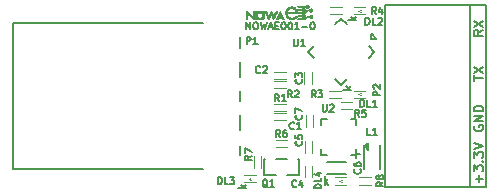
<source format=gto>
G04 #@! TF.FileFunction,Legend,Top*
%FSLAX46Y46*%
G04 Gerber Fmt 4.6, Leading zero omitted, Abs format (unit mm)*
G04 Created by KiCad (PCBNEW 4.0.2-stable) date Martedì 30 Maggio 2017 22:22:28*
%MOMM*%
G01*
G04 APERTURE LIST*
%ADD10C,0.100000*%
%ADD11C,0.150000*%
%ADD12C,0.200000*%
%ADD13C,0.010000*%
G04 APERTURE END LIST*
D10*
D11*
X202028571Y-129871429D02*
X202028571Y-129271429D01*
X202371428Y-129871429D01*
X202371428Y-129271429D01*
X202771428Y-129271429D02*
X202885714Y-129271429D01*
X202942856Y-129300000D01*
X202999999Y-129357143D01*
X203028571Y-129471429D01*
X203028571Y-129671429D01*
X202999999Y-129785714D01*
X202942856Y-129842857D01*
X202885714Y-129871429D01*
X202771428Y-129871429D01*
X202714285Y-129842857D01*
X202657142Y-129785714D01*
X202628571Y-129671429D01*
X202628571Y-129471429D01*
X202657142Y-129357143D01*
X202714285Y-129300000D01*
X202771428Y-129271429D01*
X203228570Y-129271429D02*
X203371427Y-129871429D01*
X203485713Y-129442857D01*
X203599999Y-129871429D01*
X203742856Y-129271429D01*
X203942856Y-129700000D02*
X204228570Y-129700000D01*
X203885713Y-129871429D02*
X204085713Y-129271429D01*
X204285713Y-129871429D01*
X204485713Y-129557143D02*
X204685713Y-129557143D01*
X204771427Y-129871429D02*
X204485713Y-129871429D01*
X204485713Y-129271429D01*
X204771427Y-129271429D01*
X205142856Y-129271429D02*
X205199999Y-129271429D01*
X205257142Y-129300000D01*
X205285713Y-129328571D01*
X205314284Y-129385714D01*
X205342856Y-129500000D01*
X205342856Y-129642857D01*
X205314284Y-129757143D01*
X205285713Y-129814286D01*
X205257142Y-129842857D01*
X205199999Y-129871429D01*
X205142856Y-129871429D01*
X205085713Y-129842857D01*
X205057142Y-129814286D01*
X205028570Y-129757143D01*
X204999999Y-129642857D01*
X204999999Y-129500000D01*
X205028570Y-129385714D01*
X205057142Y-129328571D01*
X205085713Y-129300000D01*
X205142856Y-129271429D01*
X205714285Y-129271429D02*
X205771428Y-129271429D01*
X205828571Y-129300000D01*
X205857142Y-129328571D01*
X205885713Y-129385714D01*
X205914285Y-129500000D01*
X205914285Y-129642857D01*
X205885713Y-129757143D01*
X205857142Y-129814286D01*
X205828571Y-129842857D01*
X205771428Y-129871429D01*
X205714285Y-129871429D01*
X205657142Y-129842857D01*
X205628571Y-129814286D01*
X205599999Y-129757143D01*
X205571428Y-129642857D01*
X205571428Y-129500000D01*
X205599999Y-129385714D01*
X205628571Y-129328571D01*
X205657142Y-129300000D01*
X205714285Y-129271429D01*
X206485714Y-129871429D02*
X206142857Y-129871429D01*
X206314285Y-129871429D02*
X206314285Y-129271429D01*
X206257142Y-129357143D01*
X206200000Y-129414286D01*
X206142857Y-129442857D01*
X206742857Y-129642857D02*
X207200000Y-129642857D01*
X207600000Y-129271429D02*
X207657143Y-129271429D01*
X207714286Y-129300000D01*
X207742857Y-129328571D01*
X207771428Y-129385714D01*
X207800000Y-129500000D01*
X207800000Y-129642857D01*
X207771428Y-129757143D01*
X207742857Y-129814286D01*
X207714286Y-129842857D01*
X207657143Y-129871429D01*
X207600000Y-129871429D01*
X207542857Y-129842857D01*
X207514286Y-129814286D01*
X207485714Y-129757143D01*
X207457143Y-129642857D01*
X207457143Y-129500000D01*
X207485714Y-129385714D01*
X207514286Y-129328571D01*
X207542857Y-129300000D01*
X207600000Y-129271429D01*
D12*
X211350000Y-140450000D02*
X211350000Y-140750000D01*
X211350000Y-140450000D02*
X211650000Y-140450000D01*
D13*
G36*
X202598666Y-128789435D02*
X202598667Y-128550009D01*
X202598667Y-128310583D01*
X202741542Y-128310583D01*
X202741542Y-129003792D01*
X202596064Y-129003792D01*
X202359240Y-128767011D01*
X202122416Y-128530231D01*
X202122417Y-128767011D01*
X202122417Y-129003792D01*
X201979542Y-129003792D01*
X201979542Y-128310583D01*
X202119728Y-128310583D01*
X202598666Y-128789435D01*
X202598666Y-128789435D01*
G37*
X202598666Y-128789435D02*
X202598667Y-128550009D01*
X202598667Y-128310583D01*
X202741542Y-128310583D01*
X202741542Y-129003792D01*
X202596064Y-129003792D01*
X202359240Y-128767011D01*
X202122416Y-128530231D01*
X202122417Y-128767011D01*
X202122417Y-129003792D01*
X201979542Y-129003792D01*
X201979542Y-128310583D01*
X202119728Y-128310583D01*
X202598666Y-128789435D01*
G36*
X203146168Y-128311369D02*
X203170167Y-128311529D01*
X203225591Y-128311953D01*
X203271448Y-128312366D01*
X203308752Y-128312821D01*
X203338519Y-128313372D01*
X203361764Y-128314070D01*
X203379502Y-128314971D01*
X203392749Y-128316126D01*
X203402519Y-128317588D01*
X203409829Y-128319411D01*
X203415694Y-128321649D01*
X203421128Y-128324353D01*
X203421759Y-128324689D01*
X203443621Y-128339781D01*
X203464891Y-128360199D01*
X203482566Y-128382646D01*
X203493581Y-128403633D01*
X203495403Y-128410837D01*
X203496915Y-128421787D01*
X203498141Y-128437362D01*
X203499107Y-128458439D01*
X203499836Y-128485900D01*
X203500355Y-128520622D01*
X203500687Y-128563485D01*
X203500858Y-128615369D01*
X203500896Y-128662479D01*
X203500896Y-128900604D01*
X203488546Y-128925680D01*
X203472911Y-128949691D01*
X203451779Y-128971740D01*
X203428294Y-128988976D01*
X203409314Y-128997568D01*
X203399551Y-128999243D01*
X203382109Y-129000632D01*
X203356520Y-129001747D01*
X203322319Y-129002598D01*
X203279039Y-129003196D01*
X203226211Y-129003552D01*
X203163371Y-129003678D01*
X203148386Y-129003675D01*
X203091282Y-129003621D01*
X203043774Y-129003495D01*
X203004875Y-129003260D01*
X202973599Y-129002879D01*
X202948960Y-129002316D01*
X202929969Y-129001532D01*
X202915640Y-129000491D01*
X202904986Y-128999156D01*
X202897021Y-128997491D01*
X202890758Y-128995458D01*
X202887062Y-128993891D01*
X202866040Y-128980512D01*
X202844918Y-128960875D01*
X202826917Y-128938458D01*
X202815256Y-128916739D01*
X202815002Y-128916034D01*
X202813190Y-128908869D01*
X202811685Y-128897974D01*
X202810462Y-128882476D01*
X202809497Y-128861499D01*
X202808766Y-128834169D01*
X202808244Y-128799611D01*
X202807907Y-128756952D01*
X202807730Y-128705317D01*
X202807723Y-128696947D01*
X202948521Y-128696947D01*
X202948564Y-128736196D01*
X202949250Y-128767231D01*
X202950758Y-128791238D01*
X202953264Y-128809399D01*
X202956948Y-128822897D01*
X202961988Y-128832917D01*
X202968561Y-128840641D01*
X202976847Y-128847253D01*
X202979126Y-128848817D01*
X202984552Y-128852288D01*
X202990173Y-128855022D01*
X202997247Y-128857108D01*
X203007035Y-128858633D01*
X203020798Y-128859684D01*
X203039794Y-128860351D01*
X203065285Y-128860719D01*
X203098529Y-128860879D01*
X203140787Y-128860916D01*
X203152691Y-128860917D01*
X203199561Y-128860823D01*
X203236979Y-128860510D01*
X203266073Y-128859925D01*
X203287975Y-128859019D01*
X203303813Y-128857740D01*
X203314716Y-128856037D01*
X203321816Y-128853860D01*
X203323102Y-128853249D01*
X203336941Y-128843102D01*
X203347974Y-128830760D01*
X203350862Y-128825852D01*
X203353140Y-128819804D01*
X203354878Y-128811386D01*
X203356150Y-128799367D01*
X203357026Y-128782520D01*
X203357579Y-128759613D01*
X203357881Y-128729419D01*
X203358003Y-128690706D01*
X203358021Y-128658898D01*
X203358151Y-128606858D01*
X203357898Y-128564411D01*
X203356296Y-128530584D01*
X203352380Y-128504403D01*
X203345183Y-128484894D01*
X203333740Y-128471084D01*
X203317085Y-128461998D01*
X203294253Y-128456664D01*
X203264278Y-128454106D01*
X203226193Y-128453353D01*
X203179034Y-128453429D01*
X203154292Y-128453475D01*
X203107427Y-128453568D01*
X203069893Y-128453992D01*
X203040440Y-128454964D01*
X203017816Y-128456702D01*
X203000770Y-128459421D01*
X202988050Y-128463339D01*
X202978406Y-128468673D01*
X202970586Y-128475641D01*
X202963339Y-128484458D01*
X202961522Y-128486907D01*
X202958274Y-128491845D01*
X202955716Y-128497639D01*
X202953748Y-128505573D01*
X202952268Y-128516932D01*
X202951178Y-128533002D01*
X202950377Y-128555066D01*
X202949764Y-128584410D01*
X202949240Y-128622319D01*
X202948942Y-128648303D01*
X202948521Y-128696947D01*
X202807723Y-128696947D01*
X202807687Y-128654542D01*
X202807687Y-128413771D01*
X202823562Y-128385087D01*
X202845278Y-128355574D01*
X202873274Y-128332564D01*
X202905228Y-128317847D01*
X202913521Y-128315682D01*
X202926916Y-128314011D01*
X202950321Y-128312723D01*
X202983843Y-128311816D01*
X203027587Y-128311289D01*
X203081660Y-128311141D01*
X203146168Y-128311369D01*
X203146168Y-128311369D01*
G37*
X203146168Y-128311369D02*
X203170167Y-128311529D01*
X203225591Y-128311953D01*
X203271448Y-128312366D01*
X203308752Y-128312821D01*
X203338519Y-128313372D01*
X203361764Y-128314070D01*
X203379502Y-128314971D01*
X203392749Y-128316126D01*
X203402519Y-128317588D01*
X203409829Y-128319411D01*
X203415694Y-128321649D01*
X203421128Y-128324353D01*
X203421759Y-128324689D01*
X203443621Y-128339781D01*
X203464891Y-128360199D01*
X203482566Y-128382646D01*
X203493581Y-128403633D01*
X203495403Y-128410837D01*
X203496915Y-128421787D01*
X203498141Y-128437362D01*
X203499107Y-128458439D01*
X203499836Y-128485900D01*
X203500355Y-128520622D01*
X203500687Y-128563485D01*
X203500858Y-128615369D01*
X203500896Y-128662479D01*
X203500896Y-128900604D01*
X203488546Y-128925680D01*
X203472911Y-128949691D01*
X203451779Y-128971740D01*
X203428294Y-128988976D01*
X203409314Y-128997568D01*
X203399551Y-128999243D01*
X203382109Y-129000632D01*
X203356520Y-129001747D01*
X203322319Y-129002598D01*
X203279039Y-129003196D01*
X203226211Y-129003552D01*
X203163371Y-129003678D01*
X203148386Y-129003675D01*
X203091282Y-129003621D01*
X203043774Y-129003495D01*
X203004875Y-129003260D01*
X202973599Y-129002879D01*
X202948960Y-129002316D01*
X202929969Y-129001532D01*
X202915640Y-129000491D01*
X202904986Y-128999156D01*
X202897021Y-128997491D01*
X202890758Y-128995458D01*
X202887062Y-128993891D01*
X202866040Y-128980512D01*
X202844918Y-128960875D01*
X202826917Y-128938458D01*
X202815256Y-128916739D01*
X202815002Y-128916034D01*
X202813190Y-128908869D01*
X202811685Y-128897974D01*
X202810462Y-128882476D01*
X202809497Y-128861499D01*
X202808766Y-128834169D01*
X202808244Y-128799611D01*
X202807907Y-128756952D01*
X202807730Y-128705317D01*
X202807723Y-128696947D01*
X202948521Y-128696947D01*
X202948564Y-128736196D01*
X202949250Y-128767231D01*
X202950758Y-128791238D01*
X202953264Y-128809399D01*
X202956948Y-128822897D01*
X202961988Y-128832917D01*
X202968561Y-128840641D01*
X202976847Y-128847253D01*
X202979126Y-128848817D01*
X202984552Y-128852288D01*
X202990173Y-128855022D01*
X202997247Y-128857108D01*
X203007035Y-128858633D01*
X203020798Y-128859684D01*
X203039794Y-128860351D01*
X203065285Y-128860719D01*
X203098529Y-128860879D01*
X203140787Y-128860916D01*
X203152691Y-128860917D01*
X203199561Y-128860823D01*
X203236979Y-128860510D01*
X203266073Y-128859925D01*
X203287975Y-128859019D01*
X203303813Y-128857740D01*
X203314716Y-128856037D01*
X203321816Y-128853860D01*
X203323102Y-128853249D01*
X203336941Y-128843102D01*
X203347974Y-128830760D01*
X203350862Y-128825852D01*
X203353140Y-128819804D01*
X203354878Y-128811386D01*
X203356150Y-128799367D01*
X203357026Y-128782520D01*
X203357579Y-128759613D01*
X203357881Y-128729419D01*
X203358003Y-128690706D01*
X203358021Y-128658898D01*
X203358151Y-128606858D01*
X203357898Y-128564411D01*
X203356296Y-128530584D01*
X203352380Y-128504403D01*
X203345183Y-128484894D01*
X203333740Y-128471084D01*
X203317085Y-128461998D01*
X203294253Y-128456664D01*
X203264278Y-128454106D01*
X203226193Y-128453353D01*
X203179034Y-128453429D01*
X203154292Y-128453475D01*
X203107427Y-128453568D01*
X203069893Y-128453992D01*
X203040440Y-128454964D01*
X203017816Y-128456702D01*
X203000770Y-128459421D01*
X202988050Y-128463339D01*
X202978406Y-128468673D01*
X202970586Y-128475641D01*
X202963339Y-128484458D01*
X202961522Y-128486907D01*
X202958274Y-128491845D01*
X202955716Y-128497639D01*
X202953748Y-128505573D01*
X202952268Y-128516932D01*
X202951178Y-128533002D01*
X202950377Y-128555066D01*
X202949764Y-128584410D01*
X202949240Y-128622319D01*
X202948942Y-128648303D01*
X202948521Y-128696947D01*
X202807723Y-128696947D01*
X202807687Y-128654542D01*
X202807687Y-128413771D01*
X202823562Y-128385087D01*
X202845278Y-128355574D01*
X202873274Y-128332564D01*
X202905228Y-128317847D01*
X202913521Y-128315682D01*
X202926916Y-128314011D01*
X202950321Y-128312723D01*
X202983843Y-128311816D01*
X203027587Y-128311289D01*
X203081660Y-128311141D01*
X203146168Y-128311369D01*
G36*
X204200719Y-128514312D02*
X204303906Y-128720633D01*
X204406446Y-128515608D01*
X204508985Y-128310583D01*
X204580409Y-128310583D01*
X204606519Y-128310768D01*
X204628350Y-128311276D01*
X204643972Y-128312035D01*
X204651457Y-128312972D01*
X204651833Y-128313245D01*
X204649523Y-128318780D01*
X204642897Y-128332783D01*
X204632411Y-128354351D01*
X204618523Y-128382576D01*
X204601687Y-128416554D01*
X204582360Y-128455378D01*
X204560999Y-128498145D01*
X204538059Y-128543947D01*
X204513998Y-128591879D01*
X204489272Y-128641036D01*
X204464336Y-128690513D01*
X204439647Y-128739403D01*
X204415661Y-128786802D01*
X204392836Y-128831803D01*
X204371626Y-128873501D01*
X204352488Y-128910991D01*
X204335880Y-128943367D01*
X204322256Y-128969724D01*
X204312073Y-128989156D01*
X204305787Y-129000757D01*
X204303866Y-129003792D01*
X204300733Y-128999212D01*
X204293407Y-128986120D01*
X204282392Y-128965489D01*
X204268193Y-128938289D01*
X204251316Y-128905492D01*
X204232264Y-128868070D01*
X204211543Y-128826995D01*
X204198713Y-128801390D01*
X204097554Y-128598988D01*
X203996326Y-128801390D01*
X203974843Y-128844165D01*
X203954732Y-128883861D01*
X203936499Y-128919508D01*
X203920648Y-128950133D01*
X203907685Y-128974765D01*
X203898114Y-128992433D01*
X203892440Y-129002165D01*
X203891123Y-129003792D01*
X203888166Y-128999178D01*
X203880878Y-128985836D01*
X203869641Y-128964512D01*
X203854839Y-128935955D01*
X203836853Y-128900911D01*
X203816066Y-128860127D01*
X203792861Y-128814352D01*
X203767619Y-128764332D01*
X203740722Y-128710815D01*
X203716512Y-128662468D01*
X203688527Y-128606419D01*
X203661971Y-128553093D01*
X203637219Y-128503251D01*
X203614646Y-128457655D01*
X203594625Y-128417065D01*
X203577532Y-128382241D01*
X203563741Y-128353946D01*
X203553626Y-128332940D01*
X203547563Y-128319983D01*
X203545875Y-128315864D01*
X203550980Y-128313627D01*
X203565571Y-128311947D01*
X203588560Y-128310906D01*
X203616021Y-128310583D01*
X203686168Y-128310583D01*
X203788651Y-128515631D01*
X203891133Y-128720679D01*
X203994332Y-128514335D01*
X204097531Y-128307992D01*
X204200719Y-128514312D01*
X204200719Y-128514312D01*
G37*
X204200719Y-128514312D02*
X204303906Y-128720633D01*
X204406446Y-128515608D01*
X204508985Y-128310583D01*
X204580409Y-128310583D01*
X204606519Y-128310768D01*
X204628350Y-128311276D01*
X204643972Y-128312035D01*
X204651457Y-128312972D01*
X204651833Y-128313245D01*
X204649523Y-128318780D01*
X204642897Y-128332783D01*
X204632411Y-128354351D01*
X204618523Y-128382576D01*
X204601687Y-128416554D01*
X204582360Y-128455378D01*
X204560999Y-128498145D01*
X204538059Y-128543947D01*
X204513998Y-128591879D01*
X204489272Y-128641036D01*
X204464336Y-128690513D01*
X204439647Y-128739403D01*
X204415661Y-128786802D01*
X204392836Y-128831803D01*
X204371626Y-128873501D01*
X204352488Y-128910991D01*
X204335880Y-128943367D01*
X204322256Y-128969724D01*
X204312073Y-128989156D01*
X204305787Y-129000757D01*
X204303866Y-129003792D01*
X204300733Y-128999212D01*
X204293407Y-128986120D01*
X204282392Y-128965489D01*
X204268193Y-128938289D01*
X204251316Y-128905492D01*
X204232264Y-128868070D01*
X204211543Y-128826995D01*
X204198713Y-128801390D01*
X204097554Y-128598988D01*
X203996326Y-128801390D01*
X203974843Y-128844165D01*
X203954732Y-128883861D01*
X203936499Y-128919508D01*
X203920648Y-128950133D01*
X203907685Y-128974765D01*
X203898114Y-128992433D01*
X203892440Y-129002165D01*
X203891123Y-129003792D01*
X203888166Y-128999178D01*
X203880878Y-128985836D01*
X203869641Y-128964512D01*
X203854839Y-128935955D01*
X203836853Y-128900911D01*
X203816066Y-128860127D01*
X203792861Y-128814352D01*
X203767619Y-128764332D01*
X203740722Y-128710815D01*
X203716512Y-128662468D01*
X203688527Y-128606419D01*
X203661971Y-128553093D01*
X203637219Y-128503251D01*
X203614646Y-128457655D01*
X203594625Y-128417065D01*
X203577532Y-128382241D01*
X203563741Y-128353946D01*
X203553626Y-128332940D01*
X203547563Y-128319983D01*
X203545875Y-128315864D01*
X203550980Y-128313627D01*
X203565571Y-128311947D01*
X203588560Y-128310906D01*
X203616021Y-128310583D01*
X203686168Y-128310583D01*
X203788651Y-128515631D01*
X203891133Y-128720679D01*
X203994332Y-128514335D01*
X204097531Y-128307992D01*
X204200719Y-128514312D01*
G36*
X204858219Y-128315169D02*
X204865141Y-128328321D01*
X204875872Y-128349135D01*
X204889957Y-128376705D01*
X204906943Y-128410123D01*
X204926374Y-128448485D01*
X204947796Y-128490885D01*
X204970754Y-128536417D01*
X204994794Y-128584174D01*
X205019460Y-128633251D01*
X205044298Y-128682742D01*
X205068853Y-128731741D01*
X205092671Y-128779343D01*
X205115297Y-128824641D01*
X205136276Y-128866729D01*
X205155153Y-128904701D01*
X205171474Y-128937652D01*
X205184784Y-128964676D01*
X205194628Y-128984866D01*
X205200552Y-128997318D01*
X205202167Y-129001130D01*
X205197193Y-129002093D01*
X205183545Y-129002901D01*
X205163129Y-129003484D01*
X205137855Y-129003773D01*
X205129219Y-129003792D01*
X205056271Y-129003792D01*
X205022349Y-128935000D01*
X204685855Y-128935000D01*
X204668893Y-128969396D01*
X204651932Y-129003792D01*
X204580445Y-129003792D01*
X204554322Y-129003606D01*
X204532479Y-129003099D01*
X204516842Y-129002341D01*
X204509339Y-129001405D01*
X204508958Y-129001130D01*
X204511260Y-128995836D01*
X204517861Y-128982046D01*
X204528309Y-128960667D01*
X204542146Y-128932604D01*
X204558920Y-128898763D01*
X204578175Y-128860049D01*
X204599457Y-128817370D01*
X204612070Y-128792125D01*
X204757611Y-128792125D01*
X204852889Y-128792125D01*
X204883296Y-128791916D01*
X204909660Y-128791336D01*
X204930316Y-128790455D01*
X204943602Y-128789342D01*
X204947886Y-128788156D01*
X204945519Y-128782412D01*
X204939088Y-128768744D01*
X204929327Y-128748658D01*
X204916970Y-128723664D01*
X204902750Y-128695269D01*
X204900922Y-128691642D01*
X204854238Y-128599097D01*
X204805924Y-128695611D01*
X204757611Y-128792125D01*
X204612070Y-128792125D01*
X204622310Y-128771630D01*
X204646281Y-128723736D01*
X204670914Y-128674593D01*
X204695755Y-128625108D01*
X204720349Y-128576186D01*
X204744242Y-128528733D01*
X204766978Y-128483656D01*
X204788103Y-128441859D01*
X204807162Y-128404250D01*
X204823701Y-128371733D01*
X204837265Y-128345215D01*
X204847399Y-128325602D01*
X204853649Y-128313799D01*
X204855562Y-128310583D01*
X204858219Y-128315169D01*
X204858219Y-128315169D01*
G37*
X204858219Y-128315169D02*
X204865141Y-128328321D01*
X204875872Y-128349135D01*
X204889957Y-128376705D01*
X204906943Y-128410123D01*
X204926374Y-128448485D01*
X204947796Y-128490885D01*
X204970754Y-128536417D01*
X204994794Y-128584174D01*
X205019460Y-128633251D01*
X205044298Y-128682742D01*
X205068853Y-128731741D01*
X205092671Y-128779343D01*
X205115297Y-128824641D01*
X205136276Y-128866729D01*
X205155153Y-128904701D01*
X205171474Y-128937652D01*
X205184784Y-128964676D01*
X205194628Y-128984866D01*
X205200552Y-128997318D01*
X205202167Y-129001130D01*
X205197193Y-129002093D01*
X205183545Y-129002901D01*
X205163129Y-129003484D01*
X205137855Y-129003773D01*
X205129219Y-129003792D01*
X205056271Y-129003792D01*
X205022349Y-128935000D01*
X204685855Y-128935000D01*
X204668893Y-128969396D01*
X204651932Y-129003792D01*
X204580445Y-129003792D01*
X204554322Y-129003606D01*
X204532479Y-129003099D01*
X204516842Y-129002341D01*
X204509339Y-129001405D01*
X204508958Y-129001130D01*
X204511260Y-128995836D01*
X204517861Y-128982046D01*
X204528309Y-128960667D01*
X204542146Y-128932604D01*
X204558920Y-128898763D01*
X204578175Y-128860049D01*
X204599457Y-128817370D01*
X204612070Y-128792125D01*
X204757611Y-128792125D01*
X204852889Y-128792125D01*
X204883296Y-128791916D01*
X204909660Y-128791336D01*
X204930316Y-128790455D01*
X204943602Y-128789342D01*
X204947886Y-128788156D01*
X204945519Y-128782412D01*
X204939088Y-128768744D01*
X204929327Y-128748658D01*
X204916970Y-128723664D01*
X204902750Y-128695269D01*
X204900922Y-128691642D01*
X204854238Y-128599097D01*
X204805924Y-128695611D01*
X204757611Y-128792125D01*
X204612070Y-128792125D01*
X204622310Y-128771630D01*
X204646281Y-128723736D01*
X204670914Y-128674593D01*
X204695755Y-128625108D01*
X204720349Y-128576186D01*
X204744242Y-128528733D01*
X204766978Y-128483656D01*
X204788103Y-128441859D01*
X204807162Y-128404250D01*
X204823701Y-128371733D01*
X204837265Y-128345215D01*
X204847399Y-128325602D01*
X204853649Y-128313799D01*
X204855562Y-128310583D01*
X204858219Y-128315169D01*
G36*
X205865837Y-127921153D02*
X205935815Y-127930609D01*
X206001889Y-127949081D01*
X206063358Y-127976180D01*
X206119519Y-128011521D01*
X206169671Y-128054717D01*
X206213113Y-128105382D01*
X206249143Y-128163128D01*
X206255801Y-128176324D01*
X206274685Y-128220201D01*
X206288715Y-128264863D01*
X206298444Y-128312852D01*
X206304427Y-128366708D01*
X206306701Y-128409802D01*
X206309607Y-128495792D01*
X205449882Y-128495792D01*
X205453642Y-128523573D01*
X205466992Y-128588961D01*
X205488318Y-128649214D01*
X205517038Y-128703654D01*
X205552568Y-128751606D01*
X205594326Y-128792393D01*
X205641730Y-128825340D01*
X205694197Y-128849769D01*
X205747208Y-128864288D01*
X205783828Y-128868865D01*
X205825674Y-128870354D01*
X205868787Y-128868878D01*
X205909209Y-128864561D01*
X205940354Y-128858256D01*
X205984722Y-128842990D01*
X206029221Y-128821728D01*
X206071530Y-128795977D01*
X206109331Y-128767248D01*
X206140304Y-128737049D01*
X206154667Y-128718822D01*
X206164805Y-128704751D01*
X206172602Y-128694970D01*
X206175986Y-128691831D01*
X206181079Y-128694942D01*
X206192139Y-128703434D01*
X206207223Y-128715664D01*
X206224384Y-128729983D01*
X206241678Y-128744748D01*
X206257161Y-128758310D01*
X206268887Y-128769025D01*
X206274912Y-128775246D01*
X206275290Y-128775876D01*
X206272956Y-128782661D01*
X206264601Y-128795159D01*
X206251717Y-128811634D01*
X206235801Y-128830350D01*
X206218346Y-128849568D01*
X206200847Y-128867553D01*
X206184797Y-128882567D01*
X206179979Y-128886652D01*
X206127339Y-128923199D01*
X206067314Y-128952902D01*
X206000966Y-128975289D01*
X205957474Y-128985222D01*
X205921140Y-128990537D01*
X205879279Y-128994141D01*
X205835795Y-128995881D01*
X205794595Y-128995607D01*
X205759583Y-128993167D01*
X205757792Y-128992951D01*
X205684736Y-128979026D01*
X205617084Y-128956275D01*
X205555218Y-128925193D01*
X205499524Y-128886271D01*
X205450383Y-128840003D01*
X205408180Y-128786880D01*
X205373297Y-128727395D01*
X205346119Y-128662041D01*
X205327028Y-128591310D01*
X205316409Y-128515694D01*
X205314644Y-128435687D01*
X205315116Y-128424354D01*
X205321345Y-128367362D01*
X205450875Y-128367362D01*
X205456023Y-128367603D01*
X205470897Y-128367831D01*
X205494635Y-128368043D01*
X205526382Y-128368235D01*
X205565276Y-128368405D01*
X205610460Y-128368548D01*
X205661075Y-128368661D01*
X205716262Y-128368741D01*
X205775163Y-128368784D01*
X205811032Y-128368792D01*
X206171190Y-128368792D01*
X206167804Y-128343656D01*
X206154789Y-128284881D01*
X206132432Y-128230779D01*
X206101147Y-128181921D01*
X206061348Y-128138880D01*
X206013450Y-128102226D01*
X205978190Y-128082107D01*
X205929215Y-128062644D01*
X205875698Y-128050630D01*
X205819987Y-128046084D01*
X205764431Y-128049025D01*
X205711377Y-128059471D01*
X205663175Y-128077443D01*
X205658969Y-128079524D01*
X205609865Y-128110109D01*
X205565126Y-128149288D01*
X205525949Y-128195556D01*
X205493535Y-128247409D01*
X205469082Y-128303342D01*
X205461581Y-128327299D01*
X205456468Y-128345923D01*
X205452684Y-128360041D01*
X205450923Y-128367051D01*
X205450875Y-128367362D01*
X205321345Y-128367362D01*
X205323719Y-128345650D01*
X205341498Y-128272061D01*
X205368405Y-128203706D01*
X205404392Y-128140703D01*
X205449410Y-128083171D01*
X205458196Y-128073692D01*
X205511176Y-128025421D01*
X205569879Y-127985949D01*
X205633845Y-127955488D01*
X205702615Y-127934245D01*
X205775731Y-127922430D01*
X205792656Y-127921098D01*
X205865837Y-127921153D01*
X205865837Y-127921153D01*
G37*
X205865837Y-127921153D02*
X205935815Y-127930609D01*
X206001889Y-127949081D01*
X206063358Y-127976180D01*
X206119519Y-128011521D01*
X206169671Y-128054717D01*
X206213113Y-128105382D01*
X206249143Y-128163128D01*
X206255801Y-128176324D01*
X206274685Y-128220201D01*
X206288715Y-128264863D01*
X206298444Y-128312852D01*
X206304427Y-128366708D01*
X206306701Y-128409802D01*
X206309607Y-128495792D01*
X205449882Y-128495792D01*
X205453642Y-128523573D01*
X205466992Y-128588961D01*
X205488318Y-128649214D01*
X205517038Y-128703654D01*
X205552568Y-128751606D01*
X205594326Y-128792393D01*
X205641730Y-128825340D01*
X205694197Y-128849769D01*
X205747208Y-128864288D01*
X205783828Y-128868865D01*
X205825674Y-128870354D01*
X205868787Y-128868878D01*
X205909209Y-128864561D01*
X205940354Y-128858256D01*
X205984722Y-128842990D01*
X206029221Y-128821728D01*
X206071530Y-128795977D01*
X206109331Y-128767248D01*
X206140304Y-128737049D01*
X206154667Y-128718822D01*
X206164805Y-128704751D01*
X206172602Y-128694970D01*
X206175986Y-128691831D01*
X206181079Y-128694942D01*
X206192139Y-128703434D01*
X206207223Y-128715664D01*
X206224384Y-128729983D01*
X206241678Y-128744748D01*
X206257161Y-128758310D01*
X206268887Y-128769025D01*
X206274912Y-128775246D01*
X206275290Y-128775876D01*
X206272956Y-128782661D01*
X206264601Y-128795159D01*
X206251717Y-128811634D01*
X206235801Y-128830350D01*
X206218346Y-128849568D01*
X206200847Y-128867553D01*
X206184797Y-128882567D01*
X206179979Y-128886652D01*
X206127339Y-128923199D01*
X206067314Y-128952902D01*
X206000966Y-128975289D01*
X205957474Y-128985222D01*
X205921140Y-128990537D01*
X205879279Y-128994141D01*
X205835795Y-128995881D01*
X205794595Y-128995607D01*
X205759583Y-128993167D01*
X205757792Y-128992951D01*
X205684736Y-128979026D01*
X205617084Y-128956275D01*
X205555218Y-128925193D01*
X205499524Y-128886271D01*
X205450383Y-128840003D01*
X205408180Y-128786880D01*
X205373297Y-128727395D01*
X205346119Y-128662041D01*
X205327028Y-128591310D01*
X205316409Y-128515694D01*
X205314644Y-128435687D01*
X205315116Y-128424354D01*
X205321345Y-128367362D01*
X205450875Y-128367362D01*
X205456023Y-128367603D01*
X205470897Y-128367831D01*
X205494635Y-128368043D01*
X205526382Y-128368235D01*
X205565276Y-128368405D01*
X205610460Y-128368548D01*
X205661075Y-128368661D01*
X205716262Y-128368741D01*
X205775163Y-128368784D01*
X205811032Y-128368792D01*
X206171190Y-128368792D01*
X206167804Y-128343656D01*
X206154789Y-128284881D01*
X206132432Y-128230779D01*
X206101147Y-128181921D01*
X206061348Y-128138880D01*
X206013450Y-128102226D01*
X205978190Y-128082107D01*
X205929215Y-128062644D01*
X205875698Y-128050630D01*
X205819987Y-128046084D01*
X205764431Y-128049025D01*
X205711377Y-128059471D01*
X205663175Y-128077443D01*
X205658969Y-128079524D01*
X205609865Y-128110109D01*
X205565126Y-128149288D01*
X205525949Y-128195556D01*
X205493535Y-128247409D01*
X205469082Y-128303342D01*
X205461581Y-128327299D01*
X205456468Y-128345923D01*
X205452684Y-128360041D01*
X205450923Y-128367051D01*
X205450875Y-128367362D01*
X205321345Y-128367362D01*
X205323719Y-128345650D01*
X205341498Y-128272061D01*
X205368405Y-128203706D01*
X205404392Y-128140703D01*
X205449410Y-128083171D01*
X205458196Y-128073692D01*
X205511176Y-128025421D01*
X205569879Y-127985949D01*
X205633845Y-127955488D01*
X205702615Y-127934245D01*
X205775731Y-127922430D01*
X205792656Y-127921098D01*
X205865837Y-127921153D01*
G36*
X207510614Y-128619918D02*
X207537396Y-128627791D01*
X207561329Y-128642514D01*
X207573281Y-128652827D01*
X207595278Y-128677490D01*
X207608598Y-128703407D01*
X207614322Y-128733378D01*
X207614323Y-128759406D01*
X207607805Y-128796752D01*
X207592708Y-128827977D01*
X207568844Y-128853406D01*
X207554587Y-128863422D01*
X207540777Y-128871355D01*
X207528613Y-128876136D01*
X207514585Y-128878547D01*
X207495184Y-128879374D01*
X207482875Y-128879437D01*
X207459618Y-128879093D01*
X207443418Y-128877539D01*
X207430753Y-128873987D01*
X207418105Y-128867654D01*
X207411022Y-128863406D01*
X207384530Y-128841401D01*
X207369104Y-128819926D01*
X207353229Y-128792479D01*
X207265866Y-128792302D01*
X207178502Y-128792125D01*
X207075417Y-128895312D01*
X206972331Y-128998500D01*
X206672356Y-128998500D01*
X206607513Y-128998471D01*
X206552451Y-128998370D01*
X206506368Y-128998176D01*
X206468462Y-128997869D01*
X206437931Y-128997428D01*
X206413973Y-128996832D01*
X206395786Y-128996061D01*
X206382568Y-128995093D01*
X206373516Y-128993907D01*
X206367829Y-128992484D01*
X206364705Y-128990802D01*
X206364412Y-128990531D01*
X206353799Y-128974335D01*
X206353698Y-128957716D01*
X206359730Y-128946270D01*
X206370119Y-128932354D01*
X206655181Y-128930985D01*
X206940242Y-128929615D01*
X207046488Y-128823828D01*
X207123081Y-128747567D01*
X207399671Y-128747567D01*
X207403552Y-128773256D01*
X207417718Y-128797718D01*
X207426089Y-128806767D01*
X207450225Y-128825219D01*
X207474278Y-128833397D01*
X207499202Y-128831559D01*
X207507666Y-128828842D01*
X207526945Y-128817577D01*
X207545302Y-128800283D01*
X207559014Y-128780784D01*
X207562674Y-128772318D01*
X207566081Y-128746062D01*
X207559053Y-128720229D01*
X207542860Y-128696610D01*
X207519456Y-128677369D01*
X207493997Y-128668116D01*
X207467923Y-128668853D01*
X207442677Y-128679579D01*
X207422890Y-128696610D01*
X207406108Y-128721676D01*
X207399671Y-128747567D01*
X207123081Y-128747567D01*
X207152735Y-128718042D01*
X207350088Y-128718042D01*
X207360062Y-128695493D01*
X207379191Y-128664464D01*
X207405254Y-128640452D01*
X207436621Y-128624537D01*
X207471660Y-128617800D01*
X207477583Y-128617646D01*
X207510614Y-128619918D01*
X207510614Y-128619918D01*
G37*
X207510614Y-128619918D02*
X207537396Y-128627791D01*
X207561329Y-128642514D01*
X207573281Y-128652827D01*
X207595278Y-128677490D01*
X207608598Y-128703407D01*
X207614322Y-128733378D01*
X207614323Y-128759406D01*
X207607805Y-128796752D01*
X207592708Y-128827977D01*
X207568844Y-128853406D01*
X207554587Y-128863422D01*
X207540777Y-128871355D01*
X207528613Y-128876136D01*
X207514585Y-128878547D01*
X207495184Y-128879374D01*
X207482875Y-128879437D01*
X207459618Y-128879093D01*
X207443418Y-128877539D01*
X207430753Y-128873987D01*
X207418105Y-128867654D01*
X207411022Y-128863406D01*
X207384530Y-128841401D01*
X207369104Y-128819926D01*
X207353229Y-128792479D01*
X207265866Y-128792302D01*
X207178502Y-128792125D01*
X207075417Y-128895312D01*
X206972331Y-128998500D01*
X206672356Y-128998500D01*
X206607513Y-128998471D01*
X206552451Y-128998370D01*
X206506368Y-128998176D01*
X206468462Y-128997869D01*
X206437931Y-128997428D01*
X206413973Y-128996832D01*
X206395786Y-128996061D01*
X206382568Y-128995093D01*
X206373516Y-128993907D01*
X206367829Y-128992484D01*
X206364705Y-128990802D01*
X206364412Y-128990531D01*
X206353799Y-128974335D01*
X206353698Y-128957716D01*
X206359730Y-128946270D01*
X206370119Y-128932354D01*
X206655181Y-128930985D01*
X206940242Y-128929615D01*
X207046488Y-128823828D01*
X207123081Y-128747567D01*
X207399671Y-128747567D01*
X207403552Y-128773256D01*
X207417718Y-128797718D01*
X207426089Y-128806767D01*
X207450225Y-128825219D01*
X207474278Y-128833397D01*
X207499202Y-128831559D01*
X207507666Y-128828842D01*
X207526945Y-128817577D01*
X207545302Y-128800283D01*
X207559014Y-128780784D01*
X207562674Y-128772318D01*
X207566081Y-128746062D01*
X207559053Y-128720229D01*
X207542860Y-128696610D01*
X207519456Y-128677369D01*
X207493997Y-128668116D01*
X207467923Y-128668853D01*
X207442677Y-128679579D01*
X207422890Y-128696610D01*
X207406108Y-128721676D01*
X207399671Y-128747567D01*
X207123081Y-128747567D01*
X207152735Y-128718042D01*
X207350088Y-128718042D01*
X207360062Y-128695493D01*
X207379191Y-128664464D01*
X207405254Y-128640452D01*
X207436621Y-128624537D01*
X207471660Y-128617800D01*
X207477583Y-128617646D01*
X207510614Y-128619918D01*
G36*
X206878649Y-128575788D02*
X206909405Y-128587707D01*
X206931742Y-128603276D01*
X206952255Y-128629238D01*
X206965497Y-128660664D01*
X206971085Y-128694982D01*
X206968634Y-128729618D01*
X206957762Y-128762000D01*
X206955945Y-128765480D01*
X206934181Y-128796071D01*
X206906979Y-128817647D01*
X206874085Y-128830354D01*
X206836139Y-128834342D01*
X206807477Y-128831921D01*
X206783675Y-128825433D01*
X206781729Y-128824586D01*
X206762967Y-128812813D01*
X206743630Y-128795548D01*
X206726857Y-128776062D01*
X206715789Y-128757622D01*
X206714682Y-128754771D01*
X206709402Y-128739626D01*
X206540696Y-128738094D01*
X206493476Y-128737617D01*
X206455718Y-128737093D01*
X206426297Y-128736454D01*
X206404092Y-128735633D01*
X206387980Y-128734566D01*
X206376839Y-128733184D01*
X206369545Y-128731421D01*
X206364976Y-128729211D01*
X206362988Y-128727554D01*
X206355187Y-128713060D01*
X206354681Y-128695684D01*
X206361207Y-128679955D01*
X206366037Y-128674884D01*
X206370083Y-128672141D01*
X206375478Y-128669964D01*
X206383392Y-128668287D01*
X206394998Y-128667046D01*
X206411469Y-128666177D01*
X206433977Y-128665615D01*
X206463693Y-128665296D01*
X206501790Y-128665154D01*
X206543127Y-128665125D01*
X206708165Y-128665125D01*
X206714393Y-128647904D01*
X206725145Y-128628682D01*
X206742462Y-128608597D01*
X206763150Y-128590882D01*
X206781729Y-128579764D01*
X206811539Y-128571303D01*
X206844937Y-128570149D01*
X206878649Y-128575788D01*
X206878649Y-128575788D01*
G37*
X206878649Y-128575788D02*
X206909405Y-128587707D01*
X206931742Y-128603276D01*
X206952255Y-128629238D01*
X206965497Y-128660664D01*
X206971085Y-128694982D01*
X206968634Y-128729618D01*
X206957762Y-128762000D01*
X206955945Y-128765480D01*
X206934181Y-128796071D01*
X206906979Y-128817647D01*
X206874085Y-128830354D01*
X206836139Y-128834342D01*
X206807477Y-128831921D01*
X206783675Y-128825433D01*
X206781729Y-128824586D01*
X206762967Y-128812813D01*
X206743630Y-128795548D01*
X206726857Y-128776062D01*
X206715789Y-128757622D01*
X206714682Y-128754771D01*
X206709402Y-128739626D01*
X206540696Y-128738094D01*
X206493476Y-128737617D01*
X206455718Y-128737093D01*
X206426297Y-128736454D01*
X206404092Y-128735633D01*
X206387980Y-128734566D01*
X206376839Y-128733184D01*
X206369545Y-128731421D01*
X206364976Y-128729211D01*
X206362988Y-128727554D01*
X206355187Y-128713060D01*
X206354681Y-128695684D01*
X206361207Y-128679955D01*
X206366037Y-128674884D01*
X206370083Y-128672141D01*
X206375478Y-128669964D01*
X206383392Y-128668287D01*
X206394998Y-128667046D01*
X206411469Y-128666177D01*
X206433977Y-128665615D01*
X206463693Y-128665296D01*
X206501790Y-128665154D01*
X206543127Y-128665125D01*
X206708165Y-128665125D01*
X206714393Y-128647904D01*
X206725145Y-128628682D01*
X206742462Y-128608597D01*
X206763150Y-128590882D01*
X206781729Y-128579764D01*
X206811539Y-128571303D01*
X206844937Y-128570149D01*
X206878649Y-128575788D01*
G36*
X207502801Y-128097167D02*
X207533935Y-128105785D01*
X207562428Y-128121855D01*
X207586597Y-128145367D01*
X207600614Y-128167370D01*
X207610907Y-128196148D01*
X207615394Y-128228068D01*
X207613815Y-128259055D01*
X207607891Y-128280711D01*
X207589722Y-128311205D01*
X207564313Y-128335426D01*
X207533502Y-128352541D01*
X207499127Y-128361716D01*
X207463027Y-128362115D01*
X207439294Y-128357209D01*
X207418496Y-128347244D01*
X207396502Y-128330809D01*
X207376640Y-128310938D01*
X207362237Y-128290663D01*
X207359154Y-128284166D01*
X207350669Y-128262958D01*
X207183796Y-128262958D01*
X207078062Y-128368792D01*
X206972328Y-128474625D01*
X206672797Y-128474625D01*
X206608953Y-128474616D01*
X206554855Y-128474570D01*
X206509662Y-128474459D01*
X206472537Y-128474253D01*
X206442641Y-128473923D01*
X206419136Y-128473441D01*
X206401182Y-128472778D01*
X206387942Y-128471904D01*
X206378576Y-128470792D01*
X206372246Y-128469411D01*
X206368113Y-128467734D01*
X206365340Y-128465730D01*
X206363626Y-128463973D01*
X206355979Y-128449643D01*
X206354369Y-128433089D01*
X206358781Y-128418597D01*
X206363817Y-128413022D01*
X206367761Y-128411396D01*
X206375304Y-128410024D01*
X206387223Y-128408884D01*
X206404298Y-128407958D01*
X206427307Y-128407228D01*
X206457026Y-128406673D01*
X206494235Y-128406276D01*
X206539712Y-128406016D01*
X206594234Y-128405875D01*
X206656898Y-128405833D01*
X206940149Y-128405833D01*
X207152735Y-128194167D01*
X207252982Y-128193926D01*
X207353229Y-128193686D01*
X207366458Y-128166156D01*
X207385536Y-128137385D01*
X207410394Y-128116109D01*
X207439346Y-128102320D01*
X207470710Y-128096009D01*
X207502801Y-128097167D01*
X207502801Y-128097167D01*
G37*
X207502801Y-128097167D02*
X207533935Y-128105785D01*
X207562428Y-128121855D01*
X207586597Y-128145367D01*
X207600614Y-128167370D01*
X207610907Y-128196148D01*
X207615394Y-128228068D01*
X207613815Y-128259055D01*
X207607891Y-128280711D01*
X207589722Y-128311205D01*
X207564313Y-128335426D01*
X207533502Y-128352541D01*
X207499127Y-128361716D01*
X207463027Y-128362115D01*
X207439294Y-128357209D01*
X207418496Y-128347244D01*
X207396502Y-128330809D01*
X207376640Y-128310938D01*
X207362237Y-128290663D01*
X207359154Y-128284166D01*
X207350669Y-128262958D01*
X207183796Y-128262958D01*
X207078062Y-128368792D01*
X206972328Y-128474625D01*
X206672797Y-128474625D01*
X206608953Y-128474616D01*
X206554855Y-128474570D01*
X206509662Y-128474459D01*
X206472537Y-128474253D01*
X206442641Y-128473923D01*
X206419136Y-128473441D01*
X206401182Y-128472778D01*
X206387942Y-128471904D01*
X206378576Y-128470792D01*
X206372246Y-128469411D01*
X206368113Y-128467734D01*
X206365340Y-128465730D01*
X206363626Y-128463973D01*
X206355979Y-128449643D01*
X206354369Y-128433089D01*
X206358781Y-128418597D01*
X206363817Y-128413022D01*
X206367761Y-128411396D01*
X206375304Y-128410024D01*
X206387223Y-128408884D01*
X206404298Y-128407958D01*
X206427307Y-128407228D01*
X206457026Y-128406673D01*
X206494235Y-128406276D01*
X206539712Y-128406016D01*
X206594234Y-128405875D01*
X206656898Y-128405833D01*
X206940149Y-128405833D01*
X207152735Y-128194167D01*
X207252982Y-128193926D01*
X207353229Y-128193686D01*
X207366458Y-128166156D01*
X207385536Y-128137385D01*
X207410394Y-128116109D01*
X207439346Y-128102320D01*
X207470710Y-128096009D01*
X207502801Y-128097167D01*
G36*
X206876961Y-128048875D02*
X206908548Y-128062661D01*
X206935798Y-128084065D01*
X206956908Y-128112463D01*
X206962960Y-128124990D01*
X206969511Y-128150629D01*
X206970924Y-128180739D01*
X206967297Y-128210595D01*
X206960766Y-128231268D01*
X206941331Y-128263179D01*
X206915232Y-128286916D01*
X206882742Y-128302300D01*
X206844131Y-128309152D01*
X206842583Y-128309239D01*
X206819611Y-128309385D01*
X206801562Y-128306311D01*
X206783020Y-128299056D01*
X206781690Y-128298427D01*
X206753690Y-128280545D01*
X206730778Y-128257011D01*
X206715620Y-128230600D01*
X206714989Y-128228913D01*
X206708165Y-128210042D01*
X206540907Y-128210042D01*
X206492081Y-128209952D01*
X206452835Y-128209658D01*
X206422167Y-128209118D01*
X206399074Y-128208291D01*
X206382555Y-128207137D01*
X206371607Y-128205615D01*
X206365227Y-128203684D01*
X206363817Y-128202853D01*
X206356073Y-128191350D01*
X206354342Y-128175410D01*
X206354615Y-128174386D01*
X206754457Y-128174386D01*
X206759525Y-128199657D01*
X206761953Y-128205531D01*
X206775396Y-128229010D01*
X206792480Y-128244839D01*
X206814452Y-128255292D01*
X206830268Y-128260534D01*
X206841209Y-128261918D01*
X206852237Y-128259225D01*
X206866615Y-128253012D01*
X206891784Y-128236803D01*
X206909139Y-128215809D01*
X206918608Y-128191889D01*
X206920117Y-128166903D01*
X206913594Y-128142708D01*
X206898967Y-128121165D01*
X206876162Y-128104133D01*
X206872509Y-128102307D01*
X206845197Y-128094161D01*
X206819291Y-128096414D01*
X206794583Y-128109119D01*
X206774838Y-128127637D01*
X206759488Y-128150824D01*
X206754457Y-128174386D01*
X206354615Y-128174386D01*
X206358639Y-128159318D01*
X206363626Y-128151901D01*
X206366699Y-128148945D01*
X206370747Y-128146593D01*
X206376917Y-128144775D01*
X206386357Y-128143424D01*
X206400216Y-128142471D01*
X206419640Y-128141846D01*
X206445780Y-128141480D01*
X206479782Y-128141305D01*
X206522795Y-128141252D01*
X206541205Y-128141250D01*
X206709144Y-128141250D01*
X206712213Y-128129023D01*
X206721562Y-128108590D01*
X206738268Y-128087504D01*
X206759730Y-128068684D01*
X206774200Y-128059480D01*
X206807984Y-128046658D01*
X206842839Y-128043332D01*
X206876961Y-128048875D01*
X206876961Y-128048875D01*
G37*
X206876961Y-128048875D02*
X206908548Y-128062661D01*
X206935798Y-128084065D01*
X206956908Y-128112463D01*
X206962960Y-128124990D01*
X206969511Y-128150629D01*
X206970924Y-128180739D01*
X206967297Y-128210595D01*
X206960766Y-128231268D01*
X206941331Y-128263179D01*
X206915232Y-128286916D01*
X206882742Y-128302300D01*
X206844131Y-128309152D01*
X206842583Y-128309239D01*
X206819611Y-128309385D01*
X206801562Y-128306311D01*
X206783020Y-128299056D01*
X206781690Y-128298427D01*
X206753690Y-128280545D01*
X206730778Y-128257011D01*
X206715620Y-128230600D01*
X206714989Y-128228913D01*
X206708165Y-128210042D01*
X206540907Y-128210042D01*
X206492081Y-128209952D01*
X206452835Y-128209658D01*
X206422167Y-128209118D01*
X206399074Y-128208291D01*
X206382555Y-128207137D01*
X206371607Y-128205615D01*
X206365227Y-128203684D01*
X206363817Y-128202853D01*
X206356073Y-128191350D01*
X206354342Y-128175410D01*
X206354615Y-128174386D01*
X206754457Y-128174386D01*
X206759525Y-128199657D01*
X206761953Y-128205531D01*
X206775396Y-128229010D01*
X206792480Y-128244839D01*
X206814452Y-128255292D01*
X206830268Y-128260534D01*
X206841209Y-128261918D01*
X206852237Y-128259225D01*
X206866615Y-128253012D01*
X206891784Y-128236803D01*
X206909139Y-128215809D01*
X206918608Y-128191889D01*
X206920117Y-128166903D01*
X206913594Y-128142708D01*
X206898967Y-128121165D01*
X206876162Y-128104133D01*
X206872509Y-128102307D01*
X206845197Y-128094161D01*
X206819291Y-128096414D01*
X206794583Y-128109119D01*
X206774838Y-128127637D01*
X206759488Y-128150824D01*
X206754457Y-128174386D01*
X206354615Y-128174386D01*
X206358639Y-128159318D01*
X206363626Y-128151901D01*
X206366699Y-128148945D01*
X206370747Y-128146593D01*
X206376917Y-128144775D01*
X206386357Y-128143424D01*
X206400216Y-128142471D01*
X206419640Y-128141846D01*
X206445780Y-128141480D01*
X206479782Y-128141305D01*
X206522795Y-128141252D01*
X206541205Y-128141250D01*
X206709144Y-128141250D01*
X206712213Y-128129023D01*
X206721562Y-128108590D01*
X206738268Y-128087504D01*
X206759730Y-128068684D01*
X206774200Y-128059480D01*
X206807984Y-128046658D01*
X206842839Y-128043332D01*
X206876961Y-128048875D01*
G36*
X207202862Y-127784712D02*
X207213749Y-127787558D01*
X207243412Y-127801671D01*
X207268019Y-127823669D01*
X207286665Y-127851698D01*
X207298441Y-127883908D01*
X207302442Y-127918445D01*
X207297760Y-127953458D01*
X207296735Y-127957064D01*
X207286494Y-127978524D01*
X207269692Y-128000959D01*
X207249385Y-128020933D01*
X207228633Y-128035009D01*
X207226434Y-128036060D01*
X207198981Y-128043941D01*
X207167137Y-128046055D01*
X207135304Y-128042521D01*
X207107884Y-128033460D01*
X207106516Y-128032765D01*
X207077793Y-128012621D01*
X207055224Y-127986271D01*
X207045439Y-127967948D01*
X207038233Y-127950750D01*
X206708161Y-127950750D01*
X206640746Y-127950737D01*
X206583113Y-127950683D01*
X206534463Y-127950565D01*
X206493994Y-127950361D01*
X206460907Y-127950046D01*
X206434400Y-127949600D01*
X206413674Y-127948998D01*
X206397926Y-127948218D01*
X206386358Y-127947238D01*
X206378168Y-127946033D01*
X206372556Y-127944582D01*
X206368721Y-127942862D01*
X206366037Y-127940991D01*
X206356606Y-127927330D01*
X206354097Y-127910101D01*
X206358770Y-127893832D01*
X206362992Y-127888321D01*
X206365483Y-127886481D01*
X206369526Y-127884899D01*
X206375903Y-127883552D01*
X206385397Y-127882416D01*
X206398792Y-127881467D01*
X206416870Y-127880680D01*
X206440414Y-127880032D01*
X206470208Y-127879499D01*
X206507034Y-127879058D01*
X206551676Y-127878683D01*
X206604916Y-127878352D01*
X206667538Y-127878041D01*
X206705156Y-127877874D01*
X207038314Y-127876435D01*
X207051496Y-127850421D01*
X207071623Y-127821763D01*
X207098469Y-127800226D01*
X207130389Y-127786446D01*
X207165735Y-127781062D01*
X207202862Y-127784712D01*
X207202862Y-127784712D01*
G37*
X207202862Y-127784712D02*
X207213749Y-127787558D01*
X207243412Y-127801671D01*
X207268019Y-127823669D01*
X207286665Y-127851698D01*
X207298441Y-127883908D01*
X207302442Y-127918445D01*
X207297760Y-127953458D01*
X207296735Y-127957064D01*
X207286494Y-127978524D01*
X207269692Y-128000959D01*
X207249385Y-128020933D01*
X207228633Y-128035009D01*
X207226434Y-128036060D01*
X207198981Y-128043941D01*
X207167137Y-128046055D01*
X207135304Y-128042521D01*
X207107884Y-128033460D01*
X207106516Y-128032765D01*
X207077793Y-128012621D01*
X207055224Y-127986271D01*
X207045439Y-127967948D01*
X207038233Y-127950750D01*
X206708161Y-127950750D01*
X206640746Y-127950737D01*
X206583113Y-127950683D01*
X206534463Y-127950565D01*
X206493994Y-127950361D01*
X206460907Y-127950046D01*
X206434400Y-127949600D01*
X206413674Y-127948998D01*
X206397926Y-127948218D01*
X206386358Y-127947238D01*
X206378168Y-127946033D01*
X206372556Y-127944582D01*
X206368721Y-127942862D01*
X206366037Y-127940991D01*
X206356606Y-127927330D01*
X206354097Y-127910101D01*
X206358770Y-127893832D01*
X206362992Y-127888321D01*
X206365483Y-127886481D01*
X206369526Y-127884899D01*
X206375903Y-127883552D01*
X206385397Y-127882416D01*
X206398792Y-127881467D01*
X206416870Y-127880680D01*
X206440414Y-127880032D01*
X206470208Y-127879499D01*
X206507034Y-127879058D01*
X206551676Y-127878683D01*
X206604916Y-127878352D01*
X206667538Y-127878041D01*
X206705156Y-127877874D01*
X207038314Y-127876435D01*
X207051496Y-127850421D01*
X207071623Y-127821763D01*
X207098469Y-127800226D01*
X207130389Y-127786446D01*
X207165735Y-127781062D01*
X207202862Y-127784712D01*
D10*
X211550000Y-143000000D02*
X212550000Y-143000000D01*
X211550000Y-142400000D02*
X212550000Y-142400000D01*
X210100000Y-142800000D02*
X209900000Y-142700000D01*
X209900000Y-142700000D02*
X210100000Y-142600000D01*
X210500000Y-142400000D02*
X209500000Y-142400000D01*
X210500000Y-143000000D02*
X209500000Y-143000000D01*
X204500000Y-139800000D02*
X205500000Y-139800000D01*
X204500000Y-139200000D02*
X205500000Y-139200000D01*
X204400000Y-137550000D02*
X205400000Y-137550000D01*
X204400000Y-136950000D02*
X205400000Y-136950000D01*
X204400000Y-134050000D02*
X205400000Y-134050000D01*
X204400000Y-133450000D02*
X205400000Y-133450000D01*
D11*
X204500000Y-142200000D02*
X203500000Y-142200000D01*
X203500000Y-140800000D02*
X203600000Y-140800000D01*
X206500000Y-140800000D02*
X206400000Y-140800000D01*
X204500000Y-142200000D02*
X203500000Y-142200000D01*
X203500000Y-142200000D02*
X203500000Y-140800000D01*
X205500000Y-140800000D02*
X204500000Y-140800000D01*
X206500000Y-142200000D02*
X206500000Y-140800000D01*
X206500000Y-142200000D02*
X205500000Y-142200000D01*
D10*
X204400000Y-136800000D02*
X205400000Y-136800000D01*
X204400000Y-136200000D02*
X205400000Y-136200000D01*
X205400000Y-134200000D02*
X204400000Y-134200000D01*
X205400000Y-134800000D02*
X204400000Y-134800000D01*
X210050000Y-135050000D02*
X209050000Y-135050000D01*
X210050000Y-135650000D02*
X209050000Y-135650000D01*
D11*
X210450000Y-141100000D02*
X208850000Y-141100000D01*
X210450000Y-142100000D02*
X208850000Y-142100000D01*
X211950000Y-141650000D02*
X211950000Y-139650000D01*
X213350000Y-139650000D02*
X213350000Y-141650000D01*
D10*
X207600000Y-142400000D02*
X207600000Y-141400000D01*
X207000000Y-142400000D02*
X207000000Y-141400000D01*
X211000000Y-136000000D02*
X210000000Y-136000000D01*
X211000000Y-136600000D02*
X210000000Y-136600000D01*
X211700000Y-135450000D02*
X211500000Y-135350000D01*
X211500000Y-135350000D02*
X211700000Y-135250000D01*
X212100000Y-135050000D02*
X211100000Y-135050000D01*
X212100000Y-135650000D02*
X211100000Y-135650000D01*
X209100000Y-128600000D02*
X210100000Y-128600000D01*
X209100000Y-128000000D02*
X210100000Y-128000000D01*
X206950000Y-133500000D02*
X206950000Y-134500000D01*
X207550000Y-133500000D02*
X207550000Y-134500000D01*
X211700000Y-128400000D02*
X211500000Y-128300000D01*
X211500000Y-128300000D02*
X211700000Y-128200000D01*
X212100000Y-128000000D02*
X211100000Y-128000000D01*
X212100000Y-128600000D02*
X211100000Y-128600000D01*
X203250000Y-141600000D02*
X203250000Y-140600000D01*
X202650000Y-141600000D02*
X202650000Y-140600000D01*
X202450000Y-142600000D02*
X202250000Y-142500000D01*
X202250000Y-142500000D02*
X202450000Y-142400000D01*
X202850000Y-142200000D02*
X201850000Y-142200000D01*
X202850000Y-142800000D02*
X201850000Y-142800000D01*
X207700000Y-138100000D02*
X207700000Y-137100000D01*
X207100000Y-138100000D02*
X207100000Y-137100000D01*
X207000000Y-139300000D02*
X207000000Y-140300000D01*
X207600000Y-139300000D02*
X207600000Y-140300000D01*
D11*
X201450000Y-131400000D02*
X201450000Y-130500000D01*
X201450000Y-133900000D02*
X201450000Y-132600000D01*
X201450000Y-135900000D02*
X201450000Y-135100000D01*
X201450000Y-138400000D02*
X201450000Y-137100000D01*
X201450000Y-140500000D02*
X201450000Y-139700000D01*
X182250000Y-141700000D02*
X198350000Y-141700000D01*
X182250000Y-141700000D02*
X182250000Y-129300000D01*
X182250000Y-129300000D02*
X198350000Y-129300000D01*
X212662652Y-130289860D02*
X213016205Y-130643413D01*
X213016205Y-130643413D02*
X212591941Y-130643413D01*
X212591941Y-130643413D02*
X212591941Y-130219149D01*
X212591941Y-130219149D02*
X212662652Y-130289860D01*
X207712905Y-131279809D02*
X207217930Y-131774784D01*
X207217930Y-131774784D02*
X207712905Y-132269759D01*
X210541332Y-129441332D02*
X210046357Y-128946357D01*
X210046357Y-128946357D02*
X209551382Y-129441332D01*
X212379809Y-132269759D02*
X212874784Y-131774784D01*
X212874784Y-131774784D02*
X212379809Y-131279809D01*
X210541332Y-134108236D02*
X210046357Y-134603211D01*
X210046357Y-134603211D02*
X209551382Y-134108236D01*
X221000000Y-143200000D02*
X222300000Y-143200000D01*
X222300000Y-143200000D02*
X222300000Y-127800000D01*
X222300000Y-127800000D02*
X221000000Y-127800000D01*
X213800000Y-143200000D02*
X213800000Y-127800000D01*
X213800000Y-127800000D02*
X221000000Y-127800000D01*
X221000000Y-127800000D02*
X221000000Y-143200000D01*
X221000000Y-143200000D02*
X213800000Y-143200000D01*
X212050000Y-139775000D02*
X212350000Y-140075000D01*
X212350000Y-139475000D02*
X212050000Y-139775000D01*
X212350000Y-140075000D02*
X212350000Y-139475000D01*
X208850000Y-137475000D02*
X208350000Y-137475000D01*
X208350000Y-137475000D02*
X208350000Y-137975000D01*
X211350000Y-137975000D02*
X211350000Y-137475000D01*
X211350000Y-137475000D02*
X210850000Y-137475000D01*
X210850000Y-140475000D02*
X211350000Y-140475000D01*
X211350000Y-140475000D02*
X211350000Y-139975000D01*
X208850000Y-140475000D02*
X208350000Y-140475000D01*
X208350000Y-140475000D02*
X208350000Y-139975000D01*
X213621429Y-142800000D02*
X213335714Y-143000000D01*
X213621429Y-143142857D02*
X213021429Y-143142857D01*
X213021429Y-142914285D01*
X213050000Y-142857143D01*
X213078571Y-142828571D01*
X213135714Y-142800000D01*
X213221429Y-142800000D01*
X213278571Y-142828571D01*
X213307143Y-142857143D01*
X213335714Y-142914285D01*
X213335714Y-143142857D01*
X213278571Y-142457143D02*
X213250000Y-142514285D01*
X213221429Y-142542857D01*
X213164286Y-142571428D01*
X213135714Y-142571428D01*
X213078571Y-142542857D01*
X213050000Y-142514285D01*
X213021429Y-142457143D01*
X213021429Y-142342857D01*
X213050000Y-142285714D01*
X213078571Y-142257143D01*
X213135714Y-142228571D01*
X213164286Y-142228571D01*
X213221429Y-142257143D01*
X213250000Y-142285714D01*
X213278571Y-142342857D01*
X213278571Y-142457143D01*
X213307143Y-142514285D01*
X213335714Y-142542857D01*
X213392857Y-142571428D01*
X213507143Y-142571428D01*
X213564286Y-142542857D01*
X213592857Y-142514285D01*
X213621429Y-142457143D01*
X213621429Y-142342857D01*
X213592857Y-142285714D01*
X213564286Y-142257143D01*
X213507143Y-142228571D01*
X213392857Y-142228571D01*
X213335714Y-142257143D01*
X213307143Y-142285714D01*
X213278571Y-142342857D01*
X208371429Y-143335714D02*
X207771429Y-143335714D01*
X207771429Y-143192857D01*
X207800000Y-143107142D01*
X207857143Y-143050000D01*
X207914286Y-143021428D01*
X208028571Y-142992857D01*
X208114286Y-142992857D01*
X208228571Y-143021428D01*
X208285714Y-143050000D01*
X208342857Y-143107142D01*
X208371429Y-143192857D01*
X208371429Y-143335714D01*
X208371429Y-142450000D02*
X208371429Y-142735714D01*
X207771429Y-142735714D01*
X207971429Y-141992857D02*
X208371429Y-141992857D01*
X207742857Y-142135714D02*
X208171429Y-142278571D01*
X208171429Y-141907143D01*
X208683334Y-143016667D02*
X208683334Y-142316667D01*
X208750000Y-142750000D02*
X208950000Y-143016667D01*
X208950000Y-142550000D02*
X208683334Y-142816667D01*
X204900000Y-138971429D02*
X204700000Y-138685714D01*
X204557143Y-138971429D02*
X204557143Y-138371429D01*
X204785715Y-138371429D01*
X204842857Y-138400000D01*
X204871429Y-138428571D01*
X204900000Y-138485714D01*
X204900000Y-138571429D01*
X204871429Y-138628571D01*
X204842857Y-138657143D01*
X204785715Y-138685714D01*
X204557143Y-138685714D01*
X205414286Y-138371429D02*
X205300000Y-138371429D01*
X205242857Y-138400000D01*
X205214286Y-138428571D01*
X205157143Y-138514286D01*
X205128572Y-138628571D01*
X205128572Y-138857143D01*
X205157143Y-138914286D01*
X205185715Y-138942857D01*
X205242857Y-138971429D01*
X205357143Y-138971429D01*
X205414286Y-138942857D01*
X205442857Y-138914286D01*
X205471429Y-138857143D01*
X205471429Y-138714286D01*
X205442857Y-138657143D01*
X205414286Y-138628571D01*
X205357143Y-138600000D01*
X205242857Y-138600000D01*
X205185715Y-138628571D01*
X205157143Y-138657143D01*
X205128572Y-138714286D01*
X206050000Y-138264286D02*
X206021429Y-138292857D01*
X205935715Y-138321429D01*
X205878572Y-138321429D01*
X205792857Y-138292857D01*
X205735715Y-138235714D01*
X205707143Y-138178571D01*
X205678572Y-138064286D01*
X205678572Y-137978571D01*
X205707143Y-137864286D01*
X205735715Y-137807143D01*
X205792857Y-137750000D01*
X205878572Y-137721429D01*
X205935715Y-137721429D01*
X206021429Y-137750000D01*
X206050000Y-137778571D01*
X206621429Y-138321429D02*
X206278572Y-138321429D01*
X206450000Y-138321429D02*
X206450000Y-137721429D01*
X206392857Y-137807143D01*
X206335715Y-137864286D01*
X206278572Y-137892857D01*
X203200000Y-133514286D02*
X203171429Y-133542857D01*
X203085715Y-133571429D01*
X203028572Y-133571429D01*
X202942857Y-133542857D01*
X202885715Y-133485714D01*
X202857143Y-133428571D01*
X202828572Y-133314286D01*
X202828572Y-133228571D01*
X202857143Y-133114286D01*
X202885715Y-133057143D01*
X202942857Y-133000000D01*
X203028572Y-132971429D01*
X203085715Y-132971429D01*
X203171429Y-133000000D01*
X203200000Y-133028571D01*
X203428572Y-133028571D02*
X203457143Y-133000000D01*
X203514286Y-132971429D01*
X203657143Y-132971429D01*
X203714286Y-133000000D01*
X203742857Y-133028571D01*
X203771429Y-133085714D01*
X203771429Y-133142857D01*
X203742857Y-133228571D01*
X203400000Y-133571429D01*
X203771429Y-133571429D01*
X203842857Y-143228571D02*
X203785714Y-143200000D01*
X203728571Y-143142857D01*
X203642857Y-143057143D01*
X203585714Y-143028571D01*
X203528571Y-143028571D01*
X203557143Y-143171429D02*
X203500000Y-143142857D01*
X203442857Y-143085714D01*
X203414286Y-142971429D01*
X203414286Y-142771429D01*
X203442857Y-142657143D01*
X203500000Y-142600000D01*
X203557143Y-142571429D01*
X203671429Y-142571429D01*
X203728571Y-142600000D01*
X203785714Y-142657143D01*
X203814286Y-142771429D01*
X203814286Y-142971429D01*
X203785714Y-143085714D01*
X203728571Y-143142857D01*
X203671429Y-143171429D01*
X203557143Y-143171429D01*
X204385714Y-143171429D02*
X204042857Y-143171429D01*
X204214285Y-143171429D02*
X204214285Y-142571429D01*
X204157142Y-142657143D01*
X204100000Y-142714286D01*
X204042857Y-142742857D01*
X204800000Y-135971429D02*
X204600000Y-135685714D01*
X204457143Y-135971429D02*
X204457143Y-135371429D01*
X204685715Y-135371429D01*
X204742857Y-135400000D01*
X204771429Y-135428571D01*
X204800000Y-135485714D01*
X204800000Y-135571429D01*
X204771429Y-135628571D01*
X204742857Y-135657143D01*
X204685715Y-135685714D01*
X204457143Y-135685714D01*
X205371429Y-135971429D02*
X205028572Y-135971429D01*
X205200000Y-135971429D02*
X205200000Y-135371429D01*
X205142857Y-135457143D01*
X205085715Y-135514286D01*
X205028572Y-135542857D01*
X205900000Y-135621429D02*
X205700000Y-135335714D01*
X205557143Y-135621429D02*
X205557143Y-135021429D01*
X205785715Y-135021429D01*
X205842857Y-135050000D01*
X205871429Y-135078571D01*
X205900000Y-135135714D01*
X205900000Y-135221429D01*
X205871429Y-135278571D01*
X205842857Y-135307143D01*
X205785715Y-135335714D01*
X205557143Y-135335714D01*
X206128572Y-135078571D02*
X206157143Y-135050000D01*
X206214286Y-135021429D01*
X206357143Y-135021429D01*
X206414286Y-135050000D01*
X206442857Y-135078571D01*
X206471429Y-135135714D01*
X206471429Y-135192857D01*
X206442857Y-135278571D01*
X206100000Y-135621429D01*
X206471429Y-135621429D01*
X207900000Y-135621429D02*
X207700000Y-135335714D01*
X207557143Y-135621429D02*
X207557143Y-135021429D01*
X207785715Y-135021429D01*
X207842857Y-135050000D01*
X207871429Y-135078571D01*
X207900000Y-135135714D01*
X207900000Y-135221429D01*
X207871429Y-135278571D01*
X207842857Y-135307143D01*
X207785715Y-135335714D01*
X207557143Y-135335714D01*
X208100000Y-135021429D02*
X208471429Y-135021429D01*
X208271429Y-135250000D01*
X208357143Y-135250000D01*
X208414286Y-135278571D01*
X208442857Y-135307143D01*
X208471429Y-135364286D01*
X208471429Y-135507143D01*
X208442857Y-135564286D01*
X208414286Y-135592857D01*
X208357143Y-135621429D01*
X208185715Y-135621429D01*
X208128572Y-135592857D01*
X208100000Y-135564286D01*
X211664286Y-141700000D02*
X211692857Y-141728571D01*
X211721429Y-141814285D01*
X211721429Y-141871428D01*
X211692857Y-141957143D01*
X211635714Y-142014285D01*
X211578571Y-142042857D01*
X211464286Y-142071428D01*
X211378571Y-142071428D01*
X211264286Y-142042857D01*
X211207143Y-142014285D01*
X211150000Y-141957143D01*
X211121429Y-141871428D01*
X211121429Y-141814285D01*
X211150000Y-141728571D01*
X211178571Y-141700000D01*
X211121429Y-141185714D02*
X211121429Y-141300000D01*
X211150000Y-141357143D01*
X211178571Y-141385714D01*
X211264286Y-141442857D01*
X211378571Y-141471428D01*
X211607143Y-141471428D01*
X211664286Y-141442857D01*
X211692857Y-141414285D01*
X211721429Y-141357143D01*
X211721429Y-141242857D01*
X211692857Y-141185714D01*
X211664286Y-141157143D01*
X211607143Y-141128571D01*
X211464286Y-141128571D01*
X211407143Y-141157143D01*
X211378571Y-141185714D01*
X211350000Y-141242857D01*
X211350000Y-141357143D01*
X211378571Y-141414285D01*
X211407143Y-141442857D01*
X211464286Y-141471428D01*
X212550000Y-138821429D02*
X212264286Y-138821429D01*
X212264286Y-138221429D01*
X213064286Y-138821429D02*
X212721429Y-138821429D01*
X212892857Y-138821429D02*
X212892857Y-138221429D01*
X212835714Y-138307143D01*
X212778572Y-138364286D01*
X212721429Y-138392857D01*
X206250000Y-143164286D02*
X206221429Y-143192857D01*
X206135715Y-143221429D01*
X206078572Y-143221429D01*
X205992857Y-143192857D01*
X205935715Y-143135714D01*
X205907143Y-143078571D01*
X205878572Y-142964286D01*
X205878572Y-142878571D01*
X205907143Y-142764286D01*
X205935715Y-142707143D01*
X205992857Y-142650000D01*
X206078572Y-142621429D01*
X206135715Y-142621429D01*
X206221429Y-142650000D01*
X206250000Y-142678571D01*
X206764286Y-142821429D02*
X206764286Y-143221429D01*
X206621429Y-142592857D02*
X206478572Y-143021429D01*
X206850000Y-143021429D01*
X211600000Y-137271429D02*
X211400000Y-136985714D01*
X211257143Y-137271429D02*
X211257143Y-136671429D01*
X211485715Y-136671429D01*
X211542857Y-136700000D01*
X211571429Y-136728571D01*
X211600000Y-136785714D01*
X211600000Y-136871429D01*
X211571429Y-136928571D01*
X211542857Y-136957143D01*
X211485715Y-136985714D01*
X211257143Y-136985714D01*
X212142857Y-136671429D02*
X211857143Y-136671429D01*
X211828572Y-136957143D01*
X211857143Y-136928571D01*
X211914286Y-136900000D01*
X212057143Y-136900000D01*
X212114286Y-136928571D01*
X212142857Y-136957143D01*
X212171429Y-137014286D01*
X212171429Y-137157143D01*
X212142857Y-137214286D01*
X212114286Y-137242857D01*
X212057143Y-137271429D01*
X211914286Y-137271429D01*
X211857143Y-137242857D01*
X211828572Y-137214286D01*
X211664286Y-136421429D02*
X211664286Y-135821429D01*
X211807143Y-135821429D01*
X211892858Y-135850000D01*
X211950000Y-135907143D01*
X211978572Y-135964286D01*
X212007143Y-136078571D01*
X212007143Y-136164286D01*
X211978572Y-136278571D01*
X211950000Y-136335714D01*
X211892858Y-136392857D01*
X211807143Y-136421429D01*
X211664286Y-136421429D01*
X212550000Y-136421429D02*
X212264286Y-136421429D01*
X212264286Y-135821429D01*
X213064286Y-136421429D02*
X212721429Y-136421429D01*
X212892857Y-136421429D02*
X212892857Y-135821429D01*
X212835714Y-135907143D01*
X212778572Y-135964286D01*
X212721429Y-135992857D01*
X210916667Y-134966666D02*
X210216667Y-134966666D01*
X210650000Y-134900000D02*
X210916667Y-134700000D01*
X210450000Y-134700000D02*
X210716667Y-134966666D01*
X213000000Y-128571429D02*
X212800000Y-128285714D01*
X212657143Y-128571429D02*
X212657143Y-127971429D01*
X212885715Y-127971429D01*
X212942857Y-128000000D01*
X212971429Y-128028571D01*
X213000000Y-128085714D01*
X213000000Y-128171429D01*
X212971429Y-128228571D01*
X212942857Y-128257143D01*
X212885715Y-128285714D01*
X212657143Y-128285714D01*
X213514286Y-128171429D02*
X213514286Y-128571429D01*
X213371429Y-127942857D02*
X213228572Y-128371429D01*
X213600000Y-128371429D01*
X206714286Y-134100000D02*
X206742857Y-134128571D01*
X206771429Y-134214285D01*
X206771429Y-134271428D01*
X206742857Y-134357143D01*
X206685714Y-134414285D01*
X206628571Y-134442857D01*
X206514286Y-134471428D01*
X206428571Y-134471428D01*
X206314286Y-134442857D01*
X206257143Y-134414285D01*
X206200000Y-134357143D01*
X206171429Y-134271428D01*
X206171429Y-134214285D01*
X206200000Y-134128571D01*
X206228571Y-134100000D01*
X206171429Y-133900000D02*
X206171429Y-133528571D01*
X206400000Y-133728571D01*
X206400000Y-133642857D01*
X206428571Y-133585714D01*
X206457143Y-133557143D01*
X206514286Y-133528571D01*
X206657143Y-133528571D01*
X206714286Y-133557143D01*
X206742857Y-133585714D01*
X206771429Y-133642857D01*
X206771429Y-133814285D01*
X206742857Y-133871428D01*
X206714286Y-133900000D01*
X212114286Y-129471429D02*
X212114286Y-128871429D01*
X212257143Y-128871429D01*
X212342858Y-128900000D01*
X212400000Y-128957143D01*
X212428572Y-129014286D01*
X212457143Y-129128571D01*
X212457143Y-129214286D01*
X212428572Y-129328571D01*
X212400000Y-129385714D01*
X212342858Y-129442857D01*
X212257143Y-129471429D01*
X212114286Y-129471429D01*
X213000000Y-129471429D02*
X212714286Y-129471429D01*
X212714286Y-128871429D01*
X213171429Y-128928571D02*
X213200000Y-128900000D01*
X213257143Y-128871429D01*
X213400000Y-128871429D01*
X213457143Y-128900000D01*
X213485714Y-128928571D01*
X213514286Y-128985714D01*
X213514286Y-129042857D01*
X213485714Y-129128571D01*
X213142857Y-129471429D01*
X213514286Y-129471429D01*
X211316667Y-129066666D02*
X210616667Y-129066666D01*
X211050000Y-129000000D02*
X211316667Y-128800000D01*
X210850000Y-128800000D02*
X211116667Y-129066666D01*
X202471429Y-140550000D02*
X202185714Y-140750000D01*
X202471429Y-140892857D02*
X201871429Y-140892857D01*
X201871429Y-140664285D01*
X201900000Y-140607143D01*
X201928571Y-140578571D01*
X201985714Y-140550000D01*
X202071429Y-140550000D01*
X202128571Y-140578571D01*
X202157143Y-140607143D01*
X202185714Y-140664285D01*
X202185714Y-140892857D01*
X201871429Y-140350000D02*
X201871429Y-139950000D01*
X202471429Y-140207143D01*
X199614286Y-142971429D02*
X199614286Y-142371429D01*
X199757143Y-142371429D01*
X199842858Y-142400000D01*
X199900000Y-142457143D01*
X199928572Y-142514286D01*
X199957143Y-142628571D01*
X199957143Y-142714286D01*
X199928572Y-142828571D01*
X199900000Y-142885714D01*
X199842858Y-142942857D01*
X199757143Y-142971429D01*
X199614286Y-142971429D01*
X200500000Y-142971429D02*
X200214286Y-142971429D01*
X200214286Y-142371429D01*
X200642857Y-142371429D02*
X201014286Y-142371429D01*
X200814286Y-142600000D01*
X200900000Y-142600000D01*
X200957143Y-142628571D01*
X200985714Y-142657143D01*
X201014286Y-142714286D01*
X201014286Y-142857143D01*
X200985714Y-142914286D01*
X200957143Y-142942857D01*
X200900000Y-142971429D01*
X200728572Y-142971429D01*
X200671429Y-142942857D01*
X200642857Y-142914286D01*
X202016667Y-143266666D02*
X201316667Y-143266666D01*
X201750000Y-143200000D02*
X202016667Y-143000000D01*
X201550000Y-143000000D02*
X201816667Y-143266666D01*
X206714286Y-137150000D02*
X206742857Y-137178571D01*
X206771429Y-137264285D01*
X206771429Y-137321428D01*
X206742857Y-137407143D01*
X206685714Y-137464285D01*
X206628571Y-137492857D01*
X206514286Y-137521428D01*
X206428571Y-137521428D01*
X206314286Y-137492857D01*
X206257143Y-137464285D01*
X206200000Y-137407143D01*
X206171429Y-137321428D01*
X206171429Y-137264285D01*
X206200000Y-137178571D01*
X206228571Y-137150000D01*
X206171429Y-136950000D02*
X206171429Y-136550000D01*
X206771429Y-136807143D01*
X206714286Y-139350000D02*
X206742857Y-139378571D01*
X206771429Y-139464285D01*
X206771429Y-139521428D01*
X206742857Y-139607143D01*
X206685714Y-139664285D01*
X206628571Y-139692857D01*
X206514286Y-139721428D01*
X206428571Y-139721428D01*
X206314286Y-139692857D01*
X206257143Y-139664285D01*
X206200000Y-139607143D01*
X206171429Y-139521428D01*
X206171429Y-139464285D01*
X206200000Y-139378571D01*
X206228571Y-139350000D01*
X206171429Y-138807143D02*
X206171429Y-139092857D01*
X206457143Y-139121428D01*
X206428571Y-139092857D01*
X206400000Y-139035714D01*
X206400000Y-138892857D01*
X206428571Y-138835714D01*
X206457143Y-138807143D01*
X206514286Y-138778571D01*
X206657143Y-138778571D01*
X206714286Y-138807143D01*
X206742857Y-138835714D01*
X206771429Y-138892857D01*
X206771429Y-139035714D01*
X206742857Y-139092857D01*
X206714286Y-139121428D01*
X202057143Y-131121429D02*
X202057143Y-130521429D01*
X202285715Y-130521429D01*
X202342857Y-130550000D01*
X202371429Y-130578571D01*
X202400000Y-130635714D01*
X202400000Y-130721429D01*
X202371429Y-130778571D01*
X202342857Y-130807143D01*
X202285715Y-130835714D01*
X202057143Y-130835714D01*
X202971429Y-131121429D02*
X202628572Y-131121429D01*
X202800000Y-131121429D02*
X202800000Y-130521429D01*
X202742857Y-130607143D01*
X202685715Y-130664286D01*
X202628572Y-130692857D01*
X206042857Y-130671429D02*
X206042857Y-131157143D01*
X206071429Y-131214286D01*
X206100000Y-131242857D01*
X206157143Y-131271429D01*
X206271429Y-131271429D01*
X206328571Y-131242857D01*
X206357143Y-131214286D01*
X206385714Y-131157143D01*
X206385714Y-130671429D01*
X206985714Y-131271429D02*
X206642857Y-131271429D01*
X206814285Y-131271429D02*
X206814285Y-130671429D01*
X206757142Y-130757143D01*
X206700000Y-130814286D01*
X206642857Y-130842857D01*
X213371429Y-135442857D02*
X212771429Y-135442857D01*
X212771429Y-135214285D01*
X212800000Y-135157143D01*
X212828571Y-135128571D01*
X212885714Y-135100000D01*
X212971429Y-135100000D01*
X213028571Y-135128571D01*
X213057143Y-135157143D01*
X213085714Y-135214285D01*
X213085714Y-135442857D01*
X212828571Y-134871428D02*
X212800000Y-134842857D01*
X212771429Y-134785714D01*
X212771429Y-134642857D01*
X212800000Y-134585714D01*
X212828571Y-134557143D01*
X212885714Y-134528571D01*
X212942857Y-134528571D01*
X213028571Y-134557143D01*
X213371429Y-134900000D01*
X213371429Y-134528571D01*
X222061905Y-129933333D02*
X221680952Y-130200000D01*
X222061905Y-130390476D02*
X221261905Y-130390476D01*
X221261905Y-130085714D01*
X221300000Y-130009523D01*
X221338095Y-129971428D01*
X221414286Y-129933333D01*
X221528571Y-129933333D01*
X221604762Y-129971428D01*
X221642857Y-130009523D01*
X221680952Y-130085714D01*
X221680952Y-130390476D01*
X221261905Y-129666666D02*
X222061905Y-129133333D01*
X221261905Y-129133333D02*
X222061905Y-129666666D01*
X221757143Y-142800000D02*
X221757143Y-142190476D01*
X222061905Y-142495238D02*
X221452381Y-142495238D01*
X221261905Y-141885714D02*
X221261905Y-141390476D01*
X221566667Y-141657143D01*
X221566667Y-141542857D01*
X221604762Y-141466667D01*
X221642857Y-141428571D01*
X221719048Y-141390476D01*
X221909524Y-141390476D01*
X221985714Y-141428571D01*
X222023810Y-141466667D01*
X222061905Y-141542857D01*
X222061905Y-141771429D01*
X222023810Y-141847619D01*
X221985714Y-141885714D01*
X221985714Y-141047619D02*
X222023810Y-141009524D01*
X222061905Y-141047619D01*
X222023810Y-141085714D01*
X221985714Y-141047619D01*
X222061905Y-141047619D01*
X221261905Y-140742857D02*
X221261905Y-140247619D01*
X221566667Y-140514286D01*
X221566667Y-140400000D01*
X221604762Y-140323810D01*
X221642857Y-140285714D01*
X221719048Y-140247619D01*
X221909524Y-140247619D01*
X221985714Y-140285714D01*
X222023810Y-140323810D01*
X222061905Y-140400000D01*
X222061905Y-140628572D01*
X222023810Y-140704762D01*
X221985714Y-140742857D01*
X221261905Y-140019048D02*
X222061905Y-139752381D01*
X221261905Y-139485714D01*
X221261905Y-134209524D02*
X221261905Y-133752381D01*
X222061905Y-133980952D02*
X221261905Y-133980952D01*
X221261905Y-133561904D02*
X222061905Y-133028571D01*
X221261905Y-133028571D02*
X222061905Y-133561904D01*
X221300000Y-138009523D02*
X221261905Y-138085714D01*
X221261905Y-138199999D01*
X221300000Y-138314285D01*
X221376190Y-138390476D01*
X221452381Y-138428571D01*
X221604762Y-138466666D01*
X221719048Y-138466666D01*
X221871429Y-138428571D01*
X221947619Y-138390476D01*
X222023810Y-138314285D01*
X222061905Y-138199999D01*
X222061905Y-138123809D01*
X222023810Y-138009523D01*
X221985714Y-137971428D01*
X221719048Y-137971428D01*
X221719048Y-138123809D01*
X222061905Y-137628571D02*
X221261905Y-137628571D01*
X222061905Y-137171428D01*
X221261905Y-137171428D01*
X222061905Y-136790476D02*
X221261905Y-136790476D01*
X221261905Y-136600000D01*
X221300000Y-136485714D01*
X221376190Y-136409523D01*
X221452381Y-136371428D01*
X221604762Y-136333333D01*
X221719048Y-136333333D01*
X221871429Y-136371428D01*
X221947619Y-136409523D01*
X222023810Y-136485714D01*
X222061905Y-136600000D01*
X222061905Y-136790476D01*
X208492857Y-136221429D02*
X208492857Y-136707143D01*
X208521429Y-136764286D01*
X208550000Y-136792857D01*
X208607143Y-136821429D01*
X208721429Y-136821429D01*
X208778571Y-136792857D01*
X208807143Y-136764286D01*
X208835714Y-136707143D01*
X208835714Y-136221429D01*
X209092857Y-136278571D02*
X209121428Y-136250000D01*
X209178571Y-136221429D01*
X209321428Y-136221429D01*
X209378571Y-136250000D01*
X209407142Y-136278571D01*
X209435714Y-136335714D01*
X209435714Y-136392857D01*
X209407142Y-136478571D01*
X209064285Y-136821429D01*
X209435714Y-136821429D01*
M02*

</source>
